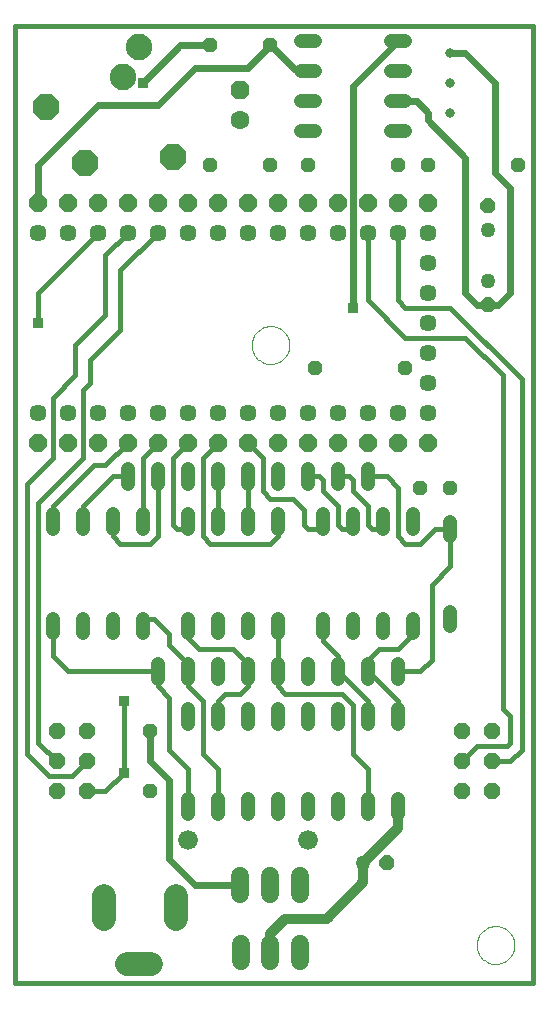
<source format=gbl>
G75*
%MOIN*%
%OFA0B0*%
%FSLAX24Y24*%
%IPPOS*%
%LPD*%
%AMOC8*
5,1,8,0,0,1.08239X$1,22.5*
%
%ADD10C,0.0160*%
%ADD11C,0.0000*%
%ADD12OC8,0.0480*%
%ADD13OC8,0.0885*%
%ADD14C,0.0885*%
%ADD15C,0.0480*%
%ADD16OC8,0.0630*%
%ADD17C,0.0630*%
%ADD18OC8,0.0500*%
%ADD19C,0.0500*%
%ADD20C,0.0570*%
%ADD21C,0.0787*%
%ADD22C,0.0600*%
%ADD23OC8,0.0540*%
%ADD24C,0.0591*%
%ADD25C,0.0660*%
%ADD26OC8,0.0591*%
%ADD27C,0.0320*%
%ADD28C,0.0240*%
%ADD29R,0.0356X0.0356*%
%ADD30C,0.0320*%
D10*
X001330Y000595D02*
X001330Y032466D01*
X018575Y032466D01*
X018575Y000595D01*
X001330Y000595D01*
X003705Y006970D02*
X004330Y006970D01*
X004955Y007595D01*
X004955Y009970D01*
X006080Y010470D02*
X006455Y010095D01*
X006455Y008345D01*
X007080Y007720D01*
X007080Y006470D01*
X008080Y006470D02*
X008080Y007720D01*
X007580Y008220D01*
X007580Y009970D01*
X007080Y010470D01*
X007080Y010970D01*
X007080Y011220D01*
X006455Y011845D01*
X006455Y012220D01*
X005955Y012720D01*
X005580Y012720D01*
X006080Y010970D02*
X006080Y010470D01*
X006080Y010970D02*
X003080Y010970D01*
X002580Y011470D01*
X002580Y012720D01*
X002580Y015720D02*
X002580Y016470D01*
X003955Y017845D01*
X004330Y017845D01*
X005080Y018595D01*
X005580Y018095D02*
X006080Y018595D01*
X006580Y018095D02*
X007080Y018595D01*
X006580Y018095D02*
X006580Y015845D01*
X006705Y015720D01*
X007080Y015720D01*
X007580Y015470D02*
X007580Y018095D01*
X008080Y018595D01*
X008080Y017470D02*
X008080Y015720D01*
X007830Y015220D02*
X007580Y015470D01*
X007830Y015220D02*
X009830Y015220D01*
X010080Y015470D01*
X010080Y015720D01*
X009830Y016720D02*
X009580Y016970D01*
X009580Y018095D01*
X009080Y018595D01*
X009080Y017470D02*
X009080Y015720D01*
X009830Y016720D02*
X010580Y016720D01*
X010955Y016345D01*
X010955Y015845D01*
X011080Y015720D01*
X011580Y015720D01*
X012080Y015845D02*
X012080Y016470D01*
X011580Y016970D01*
X011580Y017345D01*
X011455Y017470D01*
X011080Y017470D01*
X012080Y017470D02*
X012455Y017470D01*
X012580Y017345D01*
X012580Y016970D01*
X013080Y016470D01*
X013080Y015845D01*
X013205Y015720D01*
X013580Y015720D01*
X014080Y015470D02*
X014330Y015220D01*
X014830Y015220D01*
X015330Y015720D01*
X015830Y015720D01*
X015830Y014470D01*
X015205Y013845D01*
X015205Y011345D01*
X014830Y010970D01*
X014080Y010970D01*
X014080Y011720D02*
X013455Y011720D01*
X013080Y011345D01*
X013080Y010970D01*
X014080Y009970D01*
X014080Y009470D01*
X013080Y009470D02*
X013080Y009970D01*
X012080Y010970D01*
X012080Y011470D01*
X011580Y011970D01*
X011580Y012720D01*
X010080Y012720D02*
X010080Y010970D01*
X010080Y010470D01*
X010330Y010220D01*
X012205Y010220D01*
X012580Y009845D01*
X012580Y008220D01*
X013080Y007720D01*
X013080Y006470D01*
X016205Y007970D02*
X016705Y008470D01*
X017705Y008470D01*
X017830Y008595D01*
X017830Y009470D01*
X017580Y009720D01*
X017580Y020845D01*
X016330Y022095D01*
X014330Y022095D01*
X013080Y023345D01*
X013080Y025595D01*
X014080Y025595D02*
X014080Y023345D01*
X014330Y023095D01*
X015830Y023095D01*
X018205Y020720D01*
X018205Y008345D01*
X017830Y007970D01*
X017205Y007970D01*
X014080Y011720D02*
X014580Y012220D01*
X014580Y012720D01*
X014080Y015470D02*
X014080Y017095D01*
X013705Y017470D01*
X013080Y017470D01*
X012580Y015720D02*
X012205Y015720D01*
X012080Y015845D01*
X008580Y011720D02*
X009080Y011220D01*
X009080Y010970D01*
X009080Y010470D01*
X008830Y010220D01*
X008330Y010220D01*
X008080Y009970D01*
X008080Y009470D01*
X008580Y011720D02*
X007455Y011720D01*
X007080Y012095D01*
X007080Y012720D01*
X005830Y015220D02*
X006080Y015470D01*
X006080Y017470D01*
X005580Y018095D02*
X005580Y015720D01*
X005830Y015220D02*
X004830Y015220D01*
X004580Y015470D01*
X004580Y015720D01*
X003580Y015720D02*
X003580Y016470D01*
X004580Y017470D01*
X005080Y017470D01*
X003580Y018095D02*
X002080Y016595D01*
X002080Y008595D01*
X002705Y007970D01*
X002455Y007470D02*
X003205Y007470D01*
X003705Y007970D01*
X002455Y007470D02*
X001705Y008220D01*
X001705Y017220D01*
X002580Y018095D01*
X002580Y020095D01*
X003330Y020845D01*
X003330Y021845D01*
X004330Y022845D01*
X004330Y024845D01*
X005080Y025595D01*
X006080Y025595D02*
X004830Y024345D01*
X004830Y022345D01*
X003830Y021345D01*
X003830Y020595D01*
X003580Y020345D01*
X003580Y018095D01*
X002080Y022595D02*
X002080Y023595D01*
X004080Y025595D01*
D11*
X009200Y021845D02*
X009202Y021895D01*
X009208Y021945D01*
X009218Y021994D01*
X009232Y022042D01*
X009249Y022089D01*
X009270Y022134D01*
X009295Y022178D01*
X009323Y022219D01*
X009355Y022258D01*
X009389Y022295D01*
X009426Y022329D01*
X009466Y022359D01*
X009508Y022386D01*
X009552Y022410D01*
X009598Y022431D01*
X009645Y022447D01*
X009693Y022460D01*
X009743Y022469D01*
X009792Y022474D01*
X009843Y022475D01*
X009893Y022472D01*
X009942Y022465D01*
X009991Y022454D01*
X010039Y022439D01*
X010085Y022421D01*
X010130Y022399D01*
X010173Y022373D01*
X010214Y022344D01*
X010253Y022312D01*
X010289Y022277D01*
X010321Y022239D01*
X010351Y022199D01*
X010378Y022156D01*
X010401Y022112D01*
X010420Y022066D01*
X010436Y022018D01*
X010448Y021969D01*
X010456Y021920D01*
X010460Y021870D01*
X010460Y021820D01*
X010456Y021770D01*
X010448Y021721D01*
X010436Y021672D01*
X010420Y021624D01*
X010401Y021578D01*
X010378Y021534D01*
X010351Y021491D01*
X010321Y021451D01*
X010289Y021413D01*
X010253Y021378D01*
X010214Y021346D01*
X010173Y021317D01*
X010130Y021291D01*
X010085Y021269D01*
X010039Y021251D01*
X009991Y021236D01*
X009942Y021225D01*
X009893Y021218D01*
X009843Y021215D01*
X009792Y021216D01*
X009743Y021221D01*
X009693Y021230D01*
X009645Y021243D01*
X009598Y021259D01*
X009552Y021280D01*
X009508Y021304D01*
X009466Y021331D01*
X009426Y021361D01*
X009389Y021395D01*
X009355Y021432D01*
X009323Y021471D01*
X009295Y021512D01*
X009270Y021556D01*
X009249Y021601D01*
X009232Y021648D01*
X009218Y021696D01*
X009208Y021745D01*
X009202Y021795D01*
X009200Y021845D01*
X016700Y001845D02*
X016702Y001895D01*
X016708Y001945D01*
X016718Y001994D01*
X016732Y002042D01*
X016749Y002089D01*
X016770Y002134D01*
X016795Y002178D01*
X016823Y002219D01*
X016855Y002258D01*
X016889Y002295D01*
X016926Y002329D01*
X016966Y002359D01*
X017008Y002386D01*
X017052Y002410D01*
X017098Y002431D01*
X017145Y002447D01*
X017193Y002460D01*
X017243Y002469D01*
X017292Y002474D01*
X017343Y002475D01*
X017393Y002472D01*
X017442Y002465D01*
X017491Y002454D01*
X017539Y002439D01*
X017585Y002421D01*
X017630Y002399D01*
X017673Y002373D01*
X017714Y002344D01*
X017753Y002312D01*
X017789Y002277D01*
X017821Y002239D01*
X017851Y002199D01*
X017878Y002156D01*
X017901Y002112D01*
X017920Y002066D01*
X017936Y002018D01*
X017948Y001969D01*
X017956Y001920D01*
X017960Y001870D01*
X017960Y001820D01*
X017956Y001770D01*
X017948Y001721D01*
X017936Y001672D01*
X017920Y001624D01*
X017901Y001578D01*
X017878Y001534D01*
X017851Y001491D01*
X017821Y001451D01*
X017789Y001413D01*
X017753Y001378D01*
X017714Y001346D01*
X017673Y001317D01*
X017630Y001291D01*
X017585Y001269D01*
X017539Y001251D01*
X017491Y001236D01*
X017442Y001225D01*
X017393Y001218D01*
X017343Y001215D01*
X017292Y001216D01*
X017243Y001221D01*
X017193Y001230D01*
X017145Y001243D01*
X017098Y001259D01*
X017052Y001280D01*
X017008Y001304D01*
X016966Y001331D01*
X016926Y001361D01*
X016889Y001395D01*
X016855Y001432D01*
X016823Y001471D01*
X016795Y001512D01*
X016770Y001556D01*
X016749Y001601D01*
X016732Y001648D01*
X016718Y001696D01*
X016708Y001745D01*
X016702Y001795D01*
X016700Y001845D01*
D12*
X015830Y017095D03*
X014830Y017095D03*
X014330Y021095D03*
X011330Y021095D03*
X011080Y027845D03*
X009830Y027845D03*
X007830Y027845D03*
X007830Y031845D03*
X009830Y031845D03*
X014080Y027845D03*
X015080Y027845D03*
X018080Y027845D03*
X005830Y008970D03*
X005830Y006970D03*
D13*
X003640Y027915D03*
X002360Y029765D03*
X006590Y028125D03*
D14*
X004900Y030785D03*
X005450Y031775D03*
D15*
X010840Y031970D02*
X011320Y031970D01*
X011320Y030970D02*
X010840Y030970D01*
X010840Y029970D02*
X011320Y029970D01*
X011320Y028970D02*
X010840Y028970D01*
X013840Y028970D02*
X014320Y028970D01*
X014320Y029970D02*
X013840Y029970D01*
X013840Y030970D02*
X014320Y030970D01*
X014320Y031970D02*
X013840Y031970D01*
X013080Y017710D02*
X013080Y017230D01*
X012580Y016200D02*
X012580Y015720D01*
X012080Y017230D02*
X012080Y017710D01*
X011080Y017710D02*
X011080Y017230D01*
X011580Y016200D02*
X011580Y015720D01*
X010080Y015720D02*
X010080Y016200D01*
X010080Y017230D02*
X010080Y017710D01*
X009080Y017710D02*
X009080Y017230D01*
X009080Y016200D02*
X009080Y015720D01*
X008080Y015720D02*
X008080Y016200D01*
X008080Y017230D02*
X008080Y017710D01*
X007080Y017710D02*
X007080Y017230D01*
X007080Y016200D02*
X007080Y015720D01*
X006080Y017230D02*
X006080Y017710D01*
X005080Y017710D02*
X005080Y017230D01*
X004580Y016200D02*
X004580Y015720D01*
X005580Y015720D02*
X005580Y016200D01*
X003580Y016200D02*
X003580Y015720D01*
X002580Y015720D02*
X002580Y016200D01*
X002580Y012720D02*
X002580Y012240D01*
X003580Y012240D02*
X003580Y012720D01*
X004580Y012720D02*
X004580Y012240D01*
X005580Y012240D02*
X005580Y012720D01*
X006080Y011210D02*
X006080Y010730D01*
X007080Y010730D02*
X007080Y011210D01*
X007080Y012240D02*
X007080Y012720D01*
X008080Y012720D02*
X008080Y012240D01*
X008080Y011210D02*
X008080Y010730D01*
X008080Y009710D02*
X008080Y009230D01*
X007080Y009230D02*
X007080Y009710D01*
X007080Y006710D02*
X007080Y006230D01*
X008080Y006230D02*
X008080Y006710D01*
X009080Y006710D02*
X009080Y006230D01*
X010080Y006230D02*
X010080Y006710D01*
X011080Y006710D02*
X011080Y006230D01*
X012080Y006230D02*
X012080Y006710D01*
X013080Y006710D02*
X013080Y006230D01*
X014080Y006230D02*
X014080Y006710D01*
X014080Y009230D02*
X014080Y009710D01*
X014080Y010730D02*
X014080Y011210D01*
X013580Y012240D02*
X013580Y012720D01*
X014580Y012720D02*
X014580Y012240D01*
X015830Y012480D02*
X015830Y012960D01*
X015830Y015480D02*
X015830Y015960D01*
X014580Y015720D02*
X014580Y016200D01*
X013580Y016200D02*
X013580Y015720D01*
X012580Y012720D02*
X012580Y012240D01*
X012080Y011210D02*
X012080Y010730D01*
X012080Y009710D02*
X012080Y009230D01*
X013080Y009230D02*
X013080Y009710D01*
X013080Y010730D02*
X013080Y011210D01*
X011580Y012240D02*
X011580Y012720D01*
X011080Y011210D02*
X011080Y010730D01*
X011080Y009710D02*
X011080Y009230D01*
X010080Y009230D02*
X010080Y009710D01*
X010080Y010730D02*
X010080Y011210D01*
X010080Y012240D02*
X010080Y012720D01*
X009080Y012720D02*
X009080Y012240D01*
X009080Y011210D02*
X009080Y010730D01*
X009080Y009710D02*
X009080Y009230D01*
D16*
X008830Y030345D03*
D17*
X008830Y029345D03*
D18*
X017080Y026495D03*
X017080Y023195D03*
X013730Y004595D03*
D19*
X012930Y004595D03*
X017080Y023995D03*
X017080Y025695D03*
D20*
X015080Y025595D03*
X015080Y024595D03*
X015080Y023595D03*
X015080Y022595D03*
X015080Y021595D03*
X015080Y020595D03*
X015080Y019595D03*
X014080Y019595D03*
X013080Y019595D03*
X012080Y019595D03*
X011080Y019595D03*
X010080Y019595D03*
X009080Y019595D03*
X008080Y019595D03*
X007080Y019595D03*
X006080Y019595D03*
X005080Y019595D03*
X004080Y019595D03*
X003080Y019595D03*
X002080Y019595D03*
X002080Y025595D03*
X003080Y025595D03*
X004080Y025595D03*
X005080Y025595D03*
X006080Y025595D03*
X007080Y025595D03*
X008080Y025595D03*
X009080Y025595D03*
X010080Y025595D03*
X011080Y025595D03*
X012080Y025595D03*
X013080Y025595D03*
X014080Y025595D03*
D21*
X006675Y003489D02*
X006675Y002701D01*
X005849Y001205D02*
X005061Y001205D01*
X004274Y002701D02*
X004274Y003489D01*
D22*
X008830Y003545D02*
X008830Y004145D01*
X009830Y004145D02*
X009830Y003545D01*
X010830Y003545D02*
X010830Y004145D01*
D23*
X016205Y006970D03*
X016205Y007970D03*
X016205Y008970D03*
X017205Y008970D03*
X017205Y007970D03*
X017205Y006970D03*
X003705Y006970D03*
X003705Y007970D03*
X003705Y008970D03*
X002705Y008970D03*
X002705Y007970D03*
X002705Y006970D03*
D24*
X008846Y001890D02*
X008846Y001300D01*
X009830Y001300D02*
X009830Y001890D01*
X010814Y001890D02*
X010814Y001300D01*
D25*
X011080Y005345D03*
X007080Y005345D03*
D26*
X007080Y018595D03*
X006080Y018595D03*
X005080Y018595D03*
X004080Y018595D03*
X003080Y018595D03*
X002080Y018595D03*
X002080Y026595D03*
X003080Y026595D03*
X004080Y026595D03*
X005080Y026595D03*
X006080Y026595D03*
X007080Y026595D03*
X008080Y026595D03*
X009080Y026595D03*
X010080Y026595D03*
X011080Y026595D03*
X012080Y026595D03*
X013080Y026595D03*
X014080Y026595D03*
X015080Y026595D03*
X015080Y018595D03*
X014080Y018595D03*
X013080Y018595D03*
X012080Y018595D03*
X011080Y018595D03*
X010080Y018595D03*
X009080Y018595D03*
X008080Y018595D03*
D27*
X015830Y029595D03*
X015830Y030595D03*
X015830Y031595D03*
D28*
X016330Y031595D01*
X017330Y030595D01*
X017330Y027595D01*
X017830Y027095D01*
X017830Y023595D01*
X017430Y023195D01*
X017080Y023195D01*
X016730Y023195D01*
X016330Y023595D01*
X016330Y028095D01*
X015080Y029345D01*
X015080Y029595D01*
X014705Y029970D01*
X014080Y029970D01*
X012580Y030470D02*
X014080Y031970D01*
X012580Y030470D02*
X012580Y023095D01*
X011080Y030970D02*
X010705Y030970D01*
X009830Y031845D01*
X009080Y031095D01*
X007330Y031095D01*
X006080Y029845D01*
X004080Y029845D01*
X002080Y027845D01*
X002080Y026595D01*
X005580Y030595D02*
X006830Y031845D01*
X007830Y031845D01*
X005830Y008970D02*
X005830Y007970D01*
X006455Y007345D01*
X006455Y004720D01*
X007330Y003845D01*
X008830Y003845D01*
D29*
X004955Y007595D03*
X004955Y009970D03*
X002080Y022595D03*
X005580Y030595D03*
X012580Y023095D03*
D30*
X014080Y006470D02*
X014080Y005745D01*
X012930Y004595D01*
X012930Y003945D01*
X011705Y002720D01*
X010330Y002720D01*
X009830Y002220D01*
X009830Y001595D01*
M02*

</source>
